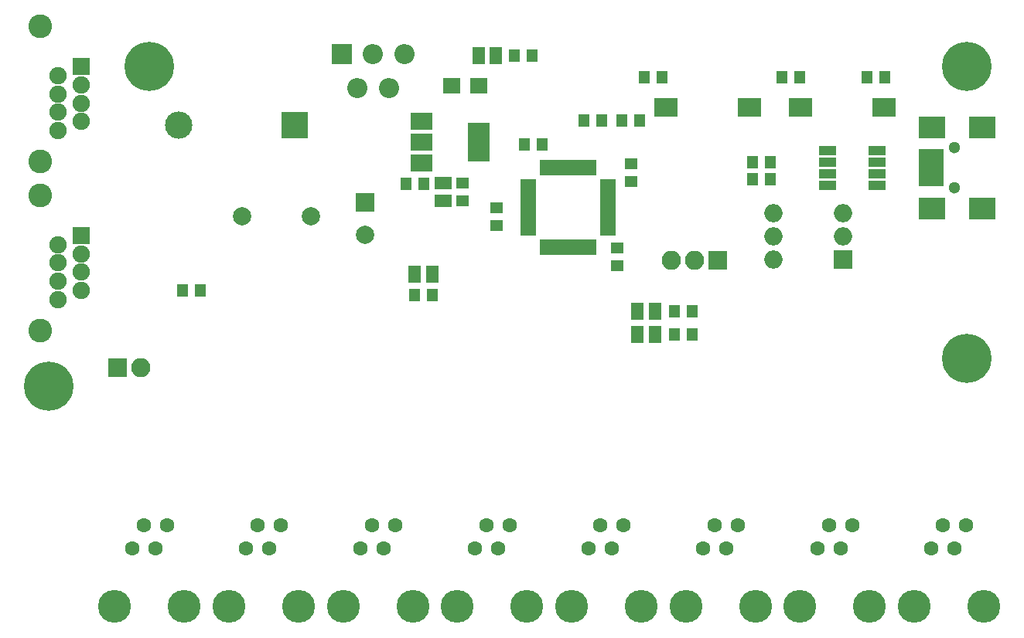
<source format=gbr>
G04 #@! TF.FileFunction,Soldermask,Top*
%FSLAX46Y46*%
G04 Gerber Fmt 4.6, Leading zero omitted, Abs format (unit mm)*
G04 Created by KiCad (PCBNEW 4.0.7) date Wed Jul  4 11:14:09 2018*
%MOMM*%
%LPD*%
G01*
G04 APERTURE LIST*
%ADD10C,0.100000*%
%ADD11C,1.600000*%
%ADD12C,3.600000*%
%ADD13C,5.400000*%
%ADD14R,1.935000X1.800000*%
%ADD15R,2.000000X2.000000*%
%ADD16C,2.000000*%
%ADD17R,1.245000X1.400000*%
%ADD18R,1.400000X1.245000*%
%ADD19R,3.000000X3.000000*%
%ADD20O,3.000000X3.000000*%
%ADD21R,1.370000X1.900000*%
%ADD22R,1.900000X1.370000*%
%ADD23R,2.100000X2.100000*%
%ADD24O,2.100000X2.100000*%
%ADD25R,2.700000X0.900000*%
%ADD26R,2.900000X2.400000*%
%ADD27C,1.300000*%
%ADD28R,2.400000X4.200000*%
%ADD29R,2.400000X1.900000*%
%ADD30R,1.700000X0.650000*%
%ADD31R,0.650000X1.700000*%
%ADD32R,2.200000X2.200000*%
%ADD33O,2.200000X2.200000*%
%ADD34R,2.580000X2.000000*%
%ADD35R,1.950000X1.000000*%
%ADD36C,2.600000*%
%ADD37R,1.900000X1.900000*%
%ADD38C,1.900000*%
%ADD39O,2.000000X2.000000*%
G04 APERTURE END LIST*
D10*
D11*
X87595000Y-125800000D03*
X88865000Y-123260000D03*
X90135000Y-125800000D03*
X91405000Y-123260000D03*
D12*
X85690000Y-132150000D03*
X93310000Y-132150000D03*
D11*
X75095000Y-125800000D03*
X76365000Y-123260000D03*
X77635000Y-125800000D03*
X78905000Y-123260000D03*
D12*
X73190000Y-132150000D03*
X80810000Y-132150000D03*
D11*
X37595000Y-125800000D03*
X38865000Y-123260000D03*
X40135000Y-125800000D03*
X41405000Y-123260000D03*
D12*
X35690000Y-132150000D03*
X43310000Y-132150000D03*
D11*
X50095000Y-125800000D03*
X51365000Y-123260000D03*
X52635000Y-125800000D03*
X53905000Y-123260000D03*
D12*
X48190000Y-132150000D03*
X55810000Y-132150000D03*
D11*
X62595000Y-125800000D03*
X63865000Y-123260000D03*
X65135000Y-125800000D03*
X66405000Y-123260000D03*
D12*
X60690000Y-132150000D03*
X68310000Y-132150000D03*
D11*
X100095000Y-125800000D03*
X101365000Y-123260000D03*
X102635000Y-125800000D03*
X103905000Y-123260000D03*
D12*
X98190000Y-132150000D03*
X105810000Y-132150000D03*
D11*
X112595000Y-125800000D03*
X113865000Y-123260000D03*
X115135000Y-125800000D03*
X116405000Y-123260000D03*
D12*
X110690000Y-132150000D03*
X118310000Y-132150000D03*
D11*
X125095000Y-125800000D03*
X126365000Y-123260000D03*
X127635000Y-125800000D03*
X128905000Y-123260000D03*
D12*
X123190000Y-132150000D03*
X130810000Y-132150000D03*
D13*
X28500000Y-108000000D03*
X129000000Y-73000000D03*
X129000000Y-105000000D03*
D14*
X75508500Y-75057000D03*
X72573500Y-75057000D03*
D15*
X63119000Y-87884000D03*
D16*
X63119000Y-91384000D03*
D17*
X95577500Y-74168000D03*
X93652500Y-74168000D03*
X118036500Y-74168000D03*
X119961500Y-74168000D03*
D18*
X90678000Y-94815500D03*
X90678000Y-92890500D03*
D17*
X82496500Y-81534000D03*
X80571500Y-81534000D03*
D18*
X77470000Y-88445500D03*
X77470000Y-90370500D03*
X92202000Y-85544500D03*
X92202000Y-83619500D03*
D19*
X55372000Y-79375000D03*
D20*
X42672000Y-79375000D03*
D21*
X77409000Y-71755000D03*
X75499000Y-71755000D03*
X92898000Y-102362000D03*
X94808000Y-102362000D03*
X92898000Y-99822000D03*
X94808000Y-99822000D03*
X70424000Y-95758000D03*
X68514000Y-95758000D03*
D22*
X71628000Y-85786000D03*
X71628000Y-87696000D03*
D23*
X36000000Y-106000000D03*
D24*
X38540000Y-106000000D03*
D16*
X57150000Y-89408000D03*
X49650000Y-89408000D03*
D23*
X101727000Y-94234000D03*
D24*
X99187000Y-94234000D03*
X96647000Y-94234000D03*
D25*
X125039000Y-85674000D03*
X125039000Y-84874000D03*
X125039000Y-84074000D03*
X125039000Y-83274000D03*
X125039000Y-82474000D03*
D26*
X125139000Y-88524000D03*
X130639000Y-88524000D03*
X125139000Y-79624000D03*
X130639000Y-79624000D03*
D27*
X127639000Y-86274000D03*
X127639000Y-81874000D03*
D17*
X43106500Y-97536000D03*
X45031500Y-97536000D03*
X70431500Y-98044000D03*
X68506500Y-98044000D03*
X81353500Y-71755000D03*
X79428500Y-71755000D03*
X67617500Y-85852000D03*
X69542500Y-85852000D03*
D18*
X73787000Y-85778500D03*
X73787000Y-87703500D03*
D17*
X87048500Y-78867000D03*
X88973500Y-78867000D03*
X110690500Y-74168000D03*
X108765500Y-74168000D03*
X93164500Y-78867000D03*
X91239500Y-78867000D03*
X96954500Y-102362000D03*
X98879500Y-102362000D03*
X96954500Y-99822000D03*
X98879500Y-99822000D03*
X107452000Y-85344000D03*
X105527000Y-85344000D03*
X107452000Y-83439000D03*
X105527000Y-83439000D03*
D28*
X75540000Y-81280000D03*
D29*
X69240000Y-81280000D03*
X69240000Y-83580000D03*
X69240000Y-78980000D03*
D30*
X80994000Y-85642000D03*
X80994000Y-86142000D03*
X80994000Y-86642000D03*
X80994000Y-87142000D03*
X80994000Y-87642000D03*
X80994000Y-88142000D03*
X80994000Y-88642000D03*
X80994000Y-89142000D03*
X80994000Y-89642000D03*
X80994000Y-90142000D03*
X80994000Y-90642000D03*
X80994000Y-91142000D03*
D31*
X82594000Y-92742000D03*
X83094000Y-92742000D03*
X83594000Y-92742000D03*
X84094000Y-92742000D03*
X84594000Y-92742000D03*
X85094000Y-92742000D03*
X85594000Y-92742000D03*
X86094000Y-92742000D03*
X86594000Y-92742000D03*
X87094000Y-92742000D03*
X87594000Y-92742000D03*
X88094000Y-92742000D03*
D30*
X89694000Y-91142000D03*
X89694000Y-90642000D03*
X89694000Y-90142000D03*
X89694000Y-89642000D03*
X89694000Y-89142000D03*
X89694000Y-88642000D03*
X89694000Y-88142000D03*
X89694000Y-87642000D03*
X89694000Y-87142000D03*
X89694000Y-86642000D03*
X89694000Y-86142000D03*
X89694000Y-85642000D03*
D31*
X88094000Y-84042000D03*
X87594000Y-84042000D03*
X87094000Y-84042000D03*
X86594000Y-84042000D03*
X86094000Y-84042000D03*
X85594000Y-84042000D03*
X85094000Y-84042000D03*
X84594000Y-84042000D03*
X84094000Y-84042000D03*
X83594000Y-84042000D03*
X83094000Y-84042000D03*
X82594000Y-84042000D03*
D32*
X60579000Y-71628000D03*
D33*
X62279000Y-75328000D03*
X63979000Y-71628000D03*
X65679000Y-75328000D03*
X67379000Y-71628000D03*
D34*
X95994000Y-77470000D03*
X105174000Y-77470000D03*
X110726000Y-77470000D03*
X119906000Y-77470000D03*
D35*
X119159000Y-85979000D03*
X119159000Y-84709000D03*
X119159000Y-83439000D03*
X119159000Y-82169000D03*
X113759000Y-82169000D03*
X113759000Y-83439000D03*
X113759000Y-84709000D03*
X113759000Y-85979000D03*
D36*
X27500000Y-83400000D03*
X27500000Y-68600000D03*
D37*
X32000000Y-73000000D03*
D38*
X29500000Y-74000000D03*
X32000000Y-75000000D03*
X29500000Y-76000000D03*
X32000000Y-77000000D03*
X29500000Y-78000000D03*
X32000000Y-79000000D03*
X29500000Y-80000000D03*
D36*
X27500000Y-101900000D03*
X27500000Y-87100000D03*
D37*
X32000000Y-91500000D03*
D38*
X29500000Y-92500000D03*
X32000000Y-93500000D03*
X29500000Y-94500000D03*
X32000000Y-95500000D03*
X29500000Y-96500000D03*
X32000000Y-97500000D03*
X29500000Y-98500000D03*
D13*
X39500000Y-73000000D03*
D15*
X115443000Y-94107000D03*
D39*
X107823000Y-89027000D03*
X115443000Y-91567000D03*
X107823000Y-91567000D03*
X115443000Y-89027000D03*
X107823000Y-94107000D03*
M02*

</source>
